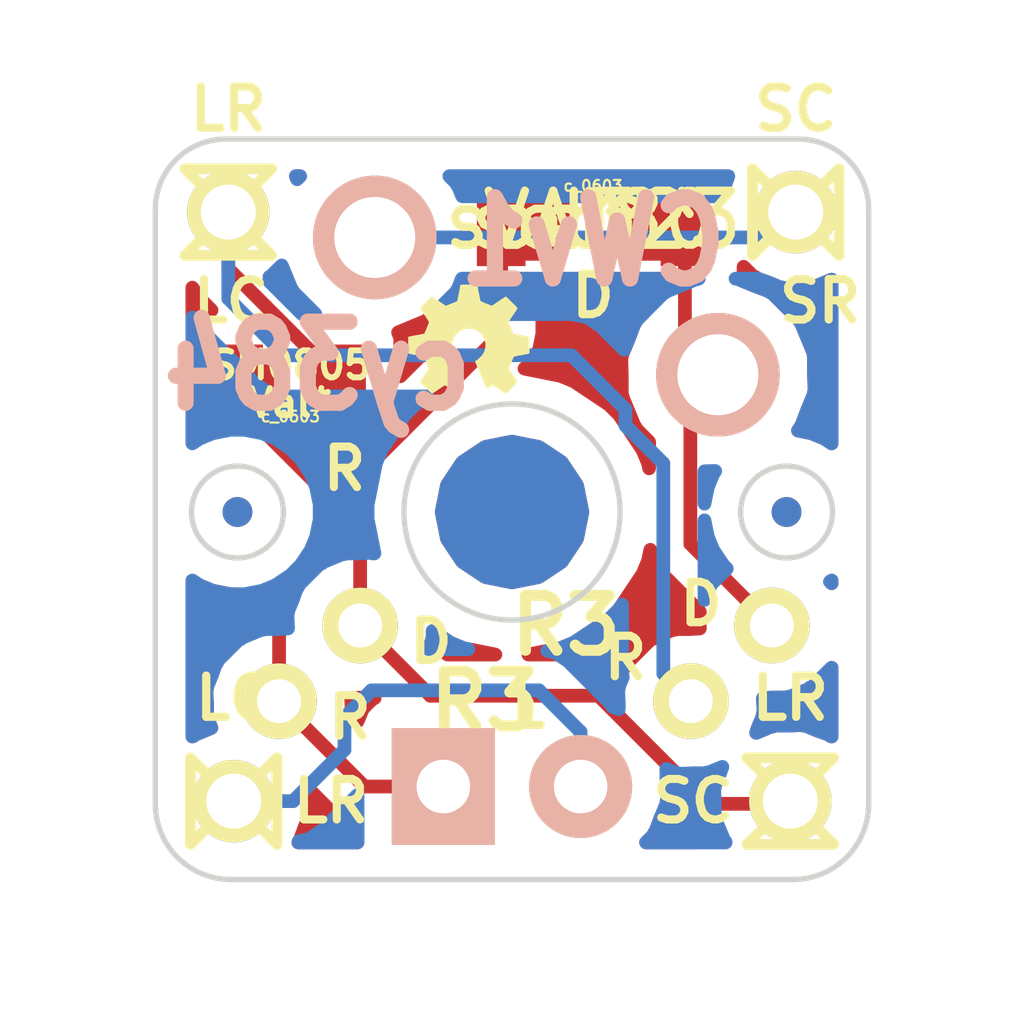
<source format=kicad_pcb>
(kicad_pcb (version 20171130) (host pcbnew 5.1.4+dfsg1-1)

  (general
    (thickness 1.6)
    (drawings 48)
    (tracks 41)
    (zones 0)
    (modules 15)
    (nets 1)
  )

  (page A3)
  (layers
    (0 F.Cu signal)
    (31 B.Cu signal)
    (32 B.Adhes user)
    (33 F.Adhes user)
    (34 B.Paste user)
    (35 F.Paste user)
    (36 B.SilkS user)
    (37 F.SilkS user)
    (38 B.Mask user)
    (39 F.Mask user)
    (40 Dwgs.User user)
    (41 Cmts.User user)
    (42 Eco1.User user)
    (43 Eco2.User user)
    (44 Edge.Cuts user)
  )

  (setup
    (last_trace_width 0.254)
    (trace_clearance 0.254)
    (zone_clearance 0.508)
    (zone_45_only no)
    (trace_min 0.254)
    (via_size 0.889)
    (via_drill 0.635)
    (via_min_size 0.889)
    (via_min_drill 0.508)
    (uvia_size 0.508)
    (uvia_drill 0.127)
    (uvias_allowed no)
    (uvia_min_size 0.508)
    (uvia_min_drill 0.127)
    (edge_width 0.1)
    (segment_width 0.2)
    (pcb_text_width 0.3)
    (pcb_text_size 1.5 1.5)
    (mod_edge_width 0.15)
    (mod_text_size 1 1)
    (mod_text_width 0.15)
    (pad_size 1.905 1.905)
    (pad_drill 0.9906)
    (pad_to_mask_clearance 0)
    (aux_axis_origin 0 0)
    (visible_elements FFF9FFFF)
    (pcbplotparams
      (layerselection 0x00030_ffffffff)
      (usegerberextensions true)
      (usegerberattributes false)
      (usegerberadvancedattributes false)
      (creategerberjobfile false)
      (excludeedgelayer true)
      (linewidth 0.150000)
      (plotframeref false)
      (viasonmask false)
      (mode 1)
      (useauxorigin false)
      (hpglpennumber 1)
      (hpglpenspeed 20)
      (hpglpendiameter 15.000000)
      (psnegative false)
      (psa4output false)
      (plotreference false)
      (plotvalue false)
      (plotinvisibletext false)
      (padsonsilk false)
      (subtractmaskfromsilk false)
      (outputformat 1)
      (mirror false)
      (drillshape 0)
      (scaleselection 1)
      (outputdirectory "/home/palomides/Desktop/weave-cherry-led-npth/"))
  )

  (net 0 "")

  (net_class Default "This is the default net class."
    (clearance 0.254)
    (trace_width 0.254)
    (via_dia 0.889)
    (via_drill 0.635)
    (uvia_dia 0.508)
    (uvia_drill 0.127)
  )

  (module CHERRY_MX_LED (layer F.Cu) (tedit 56BD4CBC) (tstamp 56BE07B3)
    (at 232.2 129.1)
    (fp_text reference "" (at 0 7.112) (layer B.SilkS)
      (effects (font (size 0.635 0.635) (thickness 0.127)))
    )
    (fp_text value "" (at 0 3.556) (layer B.SilkS) hide
      (effects (font (size 0.127 0.127) (thickness 0.03175)))
    )
    (pad C thru_hole circle (at 1.27 5.08) (size 1.905 1.905) (drill 0.9906) (layers *.Cu *.SilkS *.Mask))
    (pad A thru_hole rect (at -1.27 5.08) (size 1.905 2.159) (drill 0.9906) (layers *.Cu *.SilkS *.Mask))
  )

  (module CHERRY_PCB_100H (layer F.Cu) (tedit 56C9517C) (tstamp 56BE0AE7)
    (at 232.2 129.1)
    (path /4D92DF12)
    (fp_text reference "" (at 0 3.175) (layer F.SilkS)
      (effects (font (size 1.27 1.524) (thickness 0.2032)))
    )
    (fp_text value "" (at 0 5.08) (layer F.SilkS) hide
      (effects (font (size 1.27 1.524) (thickness 0.2032)))
    )
    (fp_text user "" (at -5.715 8.255) (layer Dwgs.User) hide
      (effects (font (size 1.524 1.524) (thickness 0.3048)))
    )
    (fp_line (start -9.398 -9.398) (end 9.398 -9.398) (layer Cmts.User) (width 0.1524))
    (fp_line (start 9.398 -9.398) (end 9.398 9.398) (layer Cmts.User) (width 0.1524))
    (fp_line (start 9.398 9.398) (end -9.398 9.398) (layer Cmts.User) (width 0.1524))
    (fp_line (start -9.398 9.398) (end -9.398 -9.398) (layer Cmts.User) (width 0.1524))
    (fp_line (start -6.985 -6.985) (end 6.985 -6.985) (layer Cmts.User) (width 0.1524))
    (fp_line (start 6.985 -6.985) (end 6.985 6.985) (layer Cmts.User) (width 0.1524))
    (fp_line (start 6.985 6.985) (end -6.985 6.985) (layer Cmts.User) (width 0.1524))
    (fp_line (start -6.985 6.985) (end -6.985 -6.985) (layer Cmts.User) (width 0.1524))
    (pad 1 thru_hole circle (at -2.54 -5.08) (size 2.286 2.286) (drill 1.4986) (layers *.Cu *.SilkS *.Mask))
    (pad 2 thru_hole circle (at 3.81 -2.54) (size 2.286 2.286) (drill 1.4986) (layers *.Cu *.SilkS *.Mask))
  )

  (module LOGO (layer F.Cu) (tedit 0) (tstamp 56BD1462)
    (at 231.4 125.9)
    (fp_text reference G*** (at 0 1.19126) (layer F.SilkS) hide
      (effects (font (size 0.1016 0.1016) (thickness 0.02032)))
    )
    (fp_text value LOGO (at 0 -1.19126) (layer F.SilkS) hide
      (effects (font (size 0.1016 0.1016) (thickness 0.02032)))
    )
    (fp_poly (pts (xy -0.68072 1.00838) (xy -0.66802 1.0033) (xy -0.64262 0.98552) (xy -0.60452 0.96266)
      (xy -0.56134 0.93218) (xy -0.51562 0.9017) (xy -0.48006 0.87884) (xy -0.45466 0.86106)
      (xy -0.4445 0.85598) (xy -0.43688 0.85852) (xy -0.41656 0.86868) (xy -0.38608 0.88392)
      (xy -0.3683 0.89408) (xy -0.34036 0.90424) (xy -0.32512 0.90678) (xy -0.32258 0.90424)
      (xy -0.31242 0.88138) (xy -0.29718 0.84582) (xy -0.27432 0.79756) (xy -0.25146 0.73914)
      (xy -0.22606 0.67818) (xy -0.19812 0.61468) (xy -0.17526 0.55626) (xy -0.1524 0.50038)
      (xy -0.13462 0.4572) (xy -0.12192 0.42672) (xy -0.11938 0.41402) (xy -0.11938 0.41148)
      (xy -0.13462 0.39624) (xy -0.15748 0.37846) (xy -0.21082 0.33528) (xy -0.26416 0.26924)
      (xy -0.29718 0.19558) (xy -0.30734 0.11176) (xy -0.29718 0.03556) (xy -0.2667 -0.03556)
      (xy -0.2159 -0.1016) (xy -0.15494 -0.1524) (xy -0.08128 -0.18288) (xy 0 -0.19304)
      (xy 0.0762 -0.18288) (xy 0.1524 -0.15494) (xy 0.21844 -0.10414) (xy 0.24638 -0.07112)
      (xy 0.28448 -0.00508) (xy 0.30734 0.06604) (xy 0.30988 0.08382) (xy 0.30734 0.16256)
      (xy 0.28448 0.23876) (xy 0.2413 0.30734) (xy 0.18288 0.36322) (xy 0.1778 0.3683)
      (xy 0.14986 0.38862) (xy 0.13208 0.40132) (xy 0.11684 0.41402) (xy 0.21844 0.65532)
      (xy 0.23368 0.69342) (xy 0.26162 0.75946) (xy 0.28702 0.81788) (xy 0.3048 0.86106)
      (xy 0.32004 0.89154) (xy 0.32512 0.90424) (xy 0.33528 0.90678) (xy 0.35306 0.89916)
      (xy 0.38608 0.88392) (xy 0.40894 0.87122) (xy 0.43434 0.86106) (xy 0.44704 0.85598)
      (xy 0.4572 0.86106) (xy 0.48006 0.8763) (xy 0.51562 0.9017) (xy 0.56134 0.92964)
      (xy 0.60198 0.95758) (xy 0.64008 0.98298) (xy 0.66802 1.00076) (xy 0.68072 1.00838)
      (xy 0.68326 1.00838) (xy 0.69342 1.00076) (xy 0.71628 0.98298) (xy 0.7493 0.9525)
      (xy 0.79502 0.90678) (xy 0.80264 0.89916) (xy 0.84074 0.86106) (xy 0.87122 0.82804)
      (xy 0.89408 0.80518) (xy 0.9017 0.79248) (xy 0.89408 0.77978) (xy 0.8763 0.75184)
      (xy 0.8509 0.71374) (xy 0.82042 0.66802) (xy 0.74168 0.55372) (xy 0.78486 0.44196)
      (xy 0.79756 0.40894) (xy 0.81534 0.3683) (xy 0.82804 0.33782) (xy 0.83566 0.32512)
      (xy 0.84582 0.32258) (xy 0.8763 0.31496) (xy 0.91948 0.3048) (xy 0.97282 0.29718)
      (xy 1.02108 0.28702) (xy 1.0668 0.2794) (xy 1.09982 0.27178) (xy 1.11252 0.26924)
      (xy 1.1176 0.2667) (xy 1.12014 0.25908) (xy 1.12268 0.24384) (xy 1.12268 0.21844)
      (xy 1.12268 0.17526) (xy 1.12268 0.11176) (xy 1.12268 0.10668) (xy 1.12268 0.04572)
      (xy 1.12268 0) (xy 1.12014 -0.02794) (xy 1.1176 -0.04064) (xy 1.1049 -0.04572)
      (xy 1.07188 -0.0508) (xy 1.0287 -0.06096) (xy 0.97536 -0.07112) (xy 0.97028 -0.07112)
      (xy 0.91694 -0.08128) (xy 0.87376 -0.09144) (xy 0.84328 -0.09652) (xy 0.82804 -0.1016)
      (xy 0.8255 -0.10668) (xy 0.81534 -0.127) (xy 0.8001 -0.16002) (xy 0.78232 -0.20066)
      (xy 0.76454 -0.2413) (xy 0.7493 -0.2794) (xy 0.73914 -0.30734) (xy 0.7366 -0.32004)
      (xy 0.74422 -0.33274) (xy 0.76454 -0.36068) (xy 0.78994 -0.39878) (xy 0.82042 -0.4445)
      (xy 0.82296 -0.44704) (xy 0.85344 -0.49276) (xy 0.87884 -0.53086) (xy 0.89408 -0.5588)
      (xy 0.9017 -0.56896) (xy 0.9017 -0.5715) (xy 0.89154 -0.5842) (xy 0.86868 -0.6096)
      (xy 0.83566 -0.64262) (xy 0.79502 -0.68326) (xy 0.78232 -0.69596) (xy 0.73914 -0.73914)
      (xy 0.70866 -0.76708) (xy 0.69088 -0.78232) (xy 0.68072 -0.78486) (xy 0.66802 -0.77724)
      (xy 0.63754 -0.75692) (xy 0.59944 -0.73152) (xy 0.55372 -0.70104) (xy 0.55118 -0.6985)
      (xy 0.50546 -0.66802) (xy 0.4699 -0.64262) (xy 0.44196 -0.62484) (xy 0.4318 -0.61722)
      (xy 0.42926 -0.61722) (xy 0.41148 -0.6223) (xy 0.37846 -0.635) (xy 0.33782 -0.65024)
      (xy 0.29718 -0.66548) (xy 0.25908 -0.68326) (xy 0.23114 -0.69596) (xy 0.21844 -0.70358)
      (xy 0.21336 -0.71882) (xy 0.20574 -0.75438) (xy 0.19558 -0.8001) (xy 0.18542 -0.85344)
      (xy 0.18288 -0.8636) (xy 0.17272 -0.91694) (xy 0.1651 -0.96266) (xy 0.15748 -0.99314)
      (xy 0.15494 -1.00584) (xy 0.14732 -1.00584) (xy 0.12192 -1.00838) (xy 0.08128 -1.00838)
      (xy 0.03302 -1.01092) (xy -0.01524 -1.00838) (xy -0.06604 -1.00838) (xy -0.10922 -1.00584)
      (xy -0.1397 -1.00584) (xy -0.1524 -1.0033) (xy -0.1524 -1.00076) (xy -0.15748 -0.98552)
      (xy -0.16256 -0.9525) (xy -0.17272 -0.90424) (xy -0.18288 -0.84836) (xy -0.18542 -0.84074)
      (xy -0.19558 -0.7874) (xy -0.20574 -0.74168) (xy -0.21082 -0.7112) (xy -0.21336 -0.70104)
      (xy -0.21844 -0.6985) (xy -0.2413 -0.68834) (xy -0.27686 -0.6731) (xy -0.32258 -0.65532)
      (xy -0.42418 -0.61468) (xy -0.55118 -0.70104) (xy -0.56134 -0.70866) (xy -0.60706 -0.73914)
      (xy -0.64516 -0.76454) (xy -0.67056 -0.77978) (xy -0.68072 -0.7874) (xy -0.68326 -0.7874)
      (xy -0.69596 -0.7747) (xy -0.72136 -0.75184) (xy -0.75438 -0.71882) (xy -0.79502 -0.67818)
      (xy -0.82296 -0.65024) (xy -0.85852 -0.61468) (xy -0.88138 -0.58928) (xy -0.89154 -0.57404)
      (xy -0.89662 -0.56642) (xy -0.89662 -0.5588) (xy -0.889 -0.5461) (xy -0.86868 -0.51816)
      (xy -0.84328 -0.48006) (xy -0.8128 -0.43688) (xy -0.7874 -0.39878) (xy -0.75946 -0.3556)
      (xy -0.74168 -0.32512) (xy -0.7366 -0.31242) (xy -0.7366 -0.3048) (xy -0.74676 -0.2794)
      (xy -0.762 -0.24384) (xy -0.77978 -0.19812) (xy -0.82296 -0.09906) (xy -0.889 -0.08636)
      (xy -0.92964 -0.07874) (xy -0.98552 -0.06858) (xy -1.03886 -0.05842) (xy -1.12014 -0.04064)
      (xy -1.12268 0.26162) (xy -1.10998 0.2667) (xy -1.09982 0.26924) (xy -1.0668 0.27686)
      (xy -1.02362 0.28702) (xy -0.97282 0.29464) (xy -0.9271 0.3048) (xy -0.88392 0.31242)
      (xy -0.8509 0.3175) (xy -0.8382 0.32258) (xy -0.83312 0.32512) (xy -0.82296 0.34798)
      (xy -0.80772 0.381) (xy -0.78994 0.42418) (xy -0.77216 0.46482) (xy -0.75692 0.50546)
      (xy -0.74422 0.53594) (xy -0.74168 0.55118) (xy -0.74676 0.56134) (xy -0.76454 0.58928)
      (xy -0.7874 0.62484) (xy -0.81788 0.67056) (xy -0.84836 0.71374) (xy -0.87376 0.75184)
      (xy -0.89154 0.77978) (xy -0.89916 0.79248) (xy -0.89662 0.8001) (xy -0.87884 0.82042)
      (xy -0.84582 0.85598) (xy -0.79502 0.90424) (xy -0.7874 0.91186) (xy -0.74676 0.94996)
      (xy -0.71374 0.98044) (xy -0.69088 1.00076) (xy -0.68072 1.00838)) (layer F.SilkS) (width 0.00254))
  )

  (module sod80 (layer F.Cu) (tedit 56789E2B) (tstamp 56888D9C)
    (at 233.7 123.7)
    (fp_text reference sod80 (at 0 0) (layer F.SilkS)
      (effects (font (size 1 1) (thickness 0.15)))
    )
    (fp_text value VAL** (at 0 0) (layer F.SilkS)
      (effects (font (size 1 1) (thickness 0.15)))
    )
    (pad 5 smd rect (at 1.7 0) (size 0.9 1.7) (layers F.Cu F.Paste F.Mask))
    (pad 6 smd rect (at -1.7 0) (size 0.9 1.7) (layers F.Cu F.Paste F.Mask))
  )

  (module sod323 (layer F.Cu) (tedit 56789A18) (tstamp 5679AAAF)
    (at 233.7 123.7)
    (fp_text reference sod323 (at 0 0) (layer F.SilkS)
      (effects (font (size 1 1) (thickness 0.15)))
    )
    (fp_text value VAL** (at 0 0) (layer F.SilkS)
      (effects (font (size 1 1) (thickness 0.15)))
    )
    (pad 3 smd rect (at 1.15 0) (size 1 1.5) (layers F.Cu F.Paste F.Mask))
    (pad 4 smd rect (at -1.15 0) (size 1 1.5) (layers F.Cu F.Paste F.Mask))
  )

  (module sod123 (layer F.Cu) (tedit 5678998F) (tstamp 5679AA91)
    (at 233.7 123.7)
    (fp_text reference sod123 (at 0 0) (layer F.SilkS)
      (effects (font (size 1 1) (thickness 0.15)))
    )
    (fp_text value VAL** (at 0 0) (layer F.SilkS)
      (effects (font (size 1 1) (thickness 0.15)))
    )
    (pad 1 smd rect (at 1.635 0) (size 0.91 1.22) (layers F.Cu F.Paste F.Mask))
    (pad 2 smd rect (at -1.635 0) (size 0.91 1.22) (layers F.Cu F.Paste F.Mask))
  )

  (module SM0805 (layer F.Cu) (tedit 5678989A) (tstamp 56BD1441)
    (at 228.1 126.7)
    (attr smd)
    (fp_text reference SM0805 (at 0 -0.3175) (layer F.SilkS)
      (effects (font (size 0.50038 0.50038) (thickness 0.10922)))
    )
    (fp_text value Val* (at 0 0.381) (layer F.SilkS)
      (effects (font (size 0.50038 0.50038) (thickness 0.10922)))
    )
    (pad 1 smd rect (at -0.9525 0) (size 0.889 1.397) (layers F.Cu F.Paste F.Mask))
    (pad 2 smd rect (at 0.9525 0) (size 0.889 1.397) (layers F.Cu F.Paste F.Mask))
    (model smd/chip_cms.wrl
      (at (xyz 0 0 0))
      (scale (xyz 0.1 0.1 0.1))
      (rotate (xyz 0 0 0))
    )
  )

  (module c_0603 (layer F.Cu) (tedit 56787CDC) (tstamp 56888DBF)
    (at 233.7 123.7)
    (descr "SMT capacitor, 0603")
    (fp_text reference c_0603 (at 0 -0.635) (layer F.SilkS)
      (effects (font (size 0.20066 0.20066) (thickness 0.04064)))
    )
    (fp_text value C*** (at 0 0.635) (layer F.SilkS) hide
      (effects (font (size 0.20066 0.20066) (thickness 0.04064)))
    )
    (pad 1 smd rect (at 0.75184 0) (size 0.89916 1.00076) (layers F.Cu F.Paste F.Mask))
    (pad 2 smd rect (at -0.75184 0) (size 0.89916 1.00076) (layers F.Cu F.Paste F.Mask))
    (model smd/capacitors/c_0603.wrl
      (at (xyz 0 0 0))
      (scale (xyz 1 1 1))
      (rotate (xyz 0 0 0))
    )
  )

  (module D3 (layer F.Cu) (tedit 5678905B) (tstamp 56BD144F)
    (at 233.2 131.2)
    (descr "Diode 3 pas")
    (tags "DIODE DEV")
    (fp_text reference R3 (at 0 0) (layer F.SilkS)
      (effects (font (size 1.016 1.016) (thickness 0.2032)))
    )
    (fp_text value R*** (at 0 0) (layer F.SilkS) hide
      (effects (font (size 1.016 1.016) (thickness 0.2032)))
    )
    (pad 2 thru_hole circle (at 3.81 0) (size 1.397 1.397) (drill 0.8128) (layers *.Cu *.Mask F.SilkS))
    (pad 1 thru_hole circle (at -3.81 0) (size 1.397 1.397) (drill 0.8128) (layers *.Cu *.Mask F.SilkS))
    (model discret/diode.wrl
      (at (xyz 0 0 0))
      (scale (xyz 0.3 0.3 0.3))
      (rotate (xyz 0 0 0))
    )
  )

  (module c_0603 (layer F.Cu) (tedit 56787CAE) (tstamp 56BD1456)
    (at 228.1 126.7 180)
    (descr "SMT capacitor, 0603")
    (fp_text reference c_0603 (at 0 -0.635 180) (layer F.SilkS)
      (effects (font (size 0.20066 0.20066) (thickness 0.04064)))
    )
    (fp_text value C*** (at 0 0.635 180) (layer F.SilkS) hide
      (effects (font (size 0.20066 0.20066) (thickness 0.04064)))
    )
    (pad 1 smd rect (at 0.75184 0 180) (size 0.89916 1.00076) (layers F.Cu F.Paste F.Mask))
    (pad 2 smd rect (at -0.75184 0 180) (size 0.89916 1.00076) (layers F.Cu F.Paste F.Mask))
    (model smd/capacitors/c_0603.wrl
      (at (xyz 0 0 0))
      (scale (xyz 1 1 1))
      (rotate (xyz 0 0 0))
    )
  )

  (module D3 (layer F.Cu) (tedit 56789064) (tstamp 56843C69)
    (at 231.7 132.6)
    (descr "Diode 3 pas")
    (tags "DIODE DEV")
    (fp_text reference R3 (at 0 0) (layer F.SilkS)
      (effects (font (size 1.016 1.016) (thickness 0.2032)))
    )
    (fp_text value R*** (at 0 0) (layer F.SilkS) hide
      (effects (font (size 1.016 1.016) (thickness 0.2032)))
    )
    (pad 2 thru_hole circle (at 3.81 0) (size 1.397 1.397) (drill 0.8128) (layers *.Cu *.Mask F.SilkS))
    (pad 1 thru_hole circle (at -3.81 0) (size 1.397 1.397) (drill 0.8128) (layers *.Cu *.Mask F.SilkS))
    (model discret/diode.wrl
      (at (xyz 0 0 0))
      (scale (xyz 0.3 0.3 0.3))
      (rotate (xyz 0 0 0))
    )
  )

  (module PIN_ARRAY_1 (layer F.Cu) (tedit 567877BE) (tstamp 567A4D69)
    (at 226.95 123.55)
    (descr "1 pin")
    (tags "CONN DEV")
    (fp_text reference LR (at 0 -1.905) (layer F.SilkS)
      (effects (font (size 0.762 0.762) (thickness 0.1524)))
    )
    (fp_text value "" (at 0 -1.905) (layer F.SilkS) hide
      (effects (font (size 0.762 0.762) (thickness 0.1524)))
    )
    (pad 1 thru_hole circle (at 0 0) (size 1.524 1.524) (drill 1.016) (layers *.Cu *.Mask F.SilkS))
    (model pin_array\pin_1.wrl
      (at (xyz 0 0 0))
      (scale (xyz 1 1 1))
      (rotate (xyz 0 0 0))
    )
  )

  (module PIN_ARRAY_1 (layer F.Cu) (tedit 567877D3) (tstamp 567A5193)
    (at 237.35 134.45)
    (descr "1 pin")
    (tags "CONN DEV")
    (fp_text reference LR (at 0 -1.905) (layer F.SilkS)
      (effects (font (size 0.762 0.762) (thickness 0.1524)))
    )
    (fp_text value "" (at 0 -1.905) (layer F.SilkS) hide
      (effects (font (size 0.762 0.762) (thickness 0.1524)))
    )
    (pad 1 thru_hole circle (at 0 0) (size 1.524 1.524) (drill 1.016) (layers *.Cu *.Mask F.SilkS))
    (model pin_array\pin_1.wrl
      (at (xyz 0 0 0))
      (scale (xyz 1 1 1))
      (rotate (xyz 0 0 0))
    )
  )

  (module PIN_ARRAY_1 (layer F.Cu) (tedit 567873B1) (tstamp 567A4B73)
    (at 237.45 123.55)
    (descr "1 pin")
    (tags "CONN DEV")
    (fp_text reference SC (at 0 -1.905) (layer F.SilkS)
      (effects (font (size 0.762 0.762) (thickness 0.1524)))
    )
    (fp_text value "" (at 0 -1.905) (layer F.SilkS) hide
      (effects (font (size 0.762 0.762) (thickness 0.1524)))
    )
    (pad 1 thru_hole circle (at 0 0) (size 1.524 1.524) (drill 1.016) (layers *.Cu *.Mask F.SilkS))
    (model pin_array\pin_1.wrl
      (at (xyz 0 0 0))
      (scale (xyz 1 1 1))
      (rotate (xyz 0 0 0))
    )
  )

  (module PIN_ARRAY_1 (layer F.Cu) (tedit 567873EC) (tstamp 567A4B6E)
    (at 227.05 134.45)
    (descr "1 pin")
    (tags "CONN DEV")
    (fp_text reference LC (at 0 -1.905) (layer F.SilkS)
      (effects (font (size 0.762 0.762) (thickness 0.1524)))
    )
    (fp_text value "" (at 0 -1.905) (layer F.SilkS) hide
      (effects (font (size 0.762 0.762) (thickness 0.1524)))
    )
    (pad 1 thru_hole circle (at 0 0) (size 1.524 1.524) (drill 1.016) (layers *.Cu *.Mask F.SilkS))
    (model pin_array\pin_1.wrl
      (at (xyz 0 0 0))
      (scale (xyz 1 1 1))
      (rotate (xyz 0 0 0))
    )
  )

  (gr_circle (center 227.12 129.1) (end 227.12 128.25) (layer Edge.Cuts) (width 0.1))
  (gr_circle (center 237.28 129.1) (end 237.28 128.25) (layer Edge.Cuts) (width 0.1))
  (gr_circle (center 232.2 129.1) (end 232.2 127.1) (layer Edge.Cuts) (width 0.1))
  (gr_text D (at 233.7 125.1) (layer F.SilkS)
    (effects (font (size 0.75 0.75) (thickness 0.15)))
  )
  (gr_text R (at 229.1 128.3) (layer F.SilkS)
    (effects (font (size 0.75 0.75) (thickness 0.15)))
  )
  (gr_text L (at 232.5 132.7) (layer F.SilkS)
    (effects (font (size 0.75 0.75) (thickness 0.15)))
  )
  (gr_text CWv1 (at 233.7 124.1) (layer B.SilkS)
    (effects (font (size 1.5 1.25) (thickness 0.3)) (justify mirror))
  )
  (gr_line (start 238.8 123.5) (end 238.8 134.5) (angle 90) (layer Edge.Cuts) (width 0.1))
  (gr_line (start 226.9 122.2) (end 237.5 122.2) (angle 90) (layer Edge.Cuts) (width 0.1))
  (gr_line (start 225.6 134.5) (end 225.6 123.5) (angle 90) (layer Edge.Cuts) (width 0.1))
  (gr_line (start 237.4 135.9) (end 227 135.9) (angle 90) (layer Edge.Cuts) (width 0.1))
  (gr_arc (start 226.9 123.5) (end 225.6 123.5) (angle 90) (layer Edge.Cuts) (width 0.1))
  (gr_arc (start 237.5 123.5) (end 237.5 122.2) (angle 90) (layer Edge.Cuts) (width 0.1))
  (gr_arc (start 237.4 134.5) (end 238.8 134.5) (angle 90) (layer Edge.Cuts) (width 0.1))
  (gr_arc (start 227 134.5) (end 227 135.9) (angle 90) (layer Edge.Cuts) (width 0.1))
  (gr_line (start 238.15 133.65) (end 236.55 133.65) (angle 90) (layer F.SilkS) (width 0.2))
  (gr_line (start 237.35 134.45) (end 238.15 133.65) (angle 90) (layer F.SilkS) (width 0.2))
  (gr_line (start 237.35 134.45) (end 236.55 133.65) (angle 90) (layer F.SilkS) (width 0.2))
  (gr_line (start 236.65 124.35) (end 237.45 123.55) (angle 90) (layer F.SilkS) (width 0.2))
  (gr_line (start 236.65 122.75) (end 236.65 124.35) (angle 90) (layer F.SilkS) (width 0.2))
  (gr_line (start 237.45 123.55) (end 236.65 122.75) (angle 90) (layer F.SilkS) (width 0.2))
  (gr_line (start 226.25 135.25) (end 227.05 134.45) (angle 90) (layer F.SilkS) (width 0.2))
  (gr_line (start 226.25 133.65) (end 226.25 135.25) (angle 90) (layer F.SilkS) (width 0.2))
  (gr_line (start 227.05 134.45) (end 226.25 133.65) (angle 90) (layer F.SilkS) (width 0.2))
  (gr_line (start 227.75 124.35) (end 226.95 123.55) (angle 90) (layer F.SilkS) (width 0.2))
  (gr_line (start 226.15 124.35) (end 227.75 124.35) (angle 90) (layer F.SilkS) (width 0.2))
  (gr_line (start 226.95 123.55) (end 226.15 124.35) (angle 90) (layer F.SilkS) (width 0.2))
  (gr_line (start 238.15 135.25) (end 237.35 134.45) (angle 90) (layer F.SilkS) (width 0.2))
  (gr_line (start 236.55 135.25) (end 238.15 135.25) (angle 90) (layer F.SilkS) (width 0.2))
  (gr_line (start 237.35 134.45) (end 236.55 135.25) (angle 90) (layer F.SilkS) (width 0.2))
  (gr_line (start 227.05 134.45) (end 227.85 135.25) (angle 90) (layer F.SilkS) (width 0.2))
  (gr_line (start 227.85 133.65) (end 227.05 134.45) (angle 90) (layer F.SilkS) (width 0.2))
  (gr_line (start 227.85 135.25) (end 227.85 133.65) (angle 90) (layer F.SilkS) (width 0.2))
  (gr_line (start 237.45 123.55) (end 238.25 122.75) (angle 90) (layer F.SilkS) (width 0.2))
  (gr_line (start 238.25 124.35) (end 237.45 123.55) (angle 90) (layer F.SilkS) (width 0.2))
  (gr_line (start 238.25 122.75) (end 238.25 124.35) (angle 90) (layer F.SilkS) (width 0.2))
  (gr_line (start 227.75 122.75) (end 226.95 123.55) (angle 90) (layer F.SilkS) (width 0.2))
  (gr_line (start 226.15 122.75) (end 227.75 122.75) (angle 90) (layer F.SilkS) (width 0.2))
  (gr_line (start 226.95 123.55) (end 226.15 122.75) (angle 90) (layer F.SilkS) (width 0.2))
  (gr_text D (at 235.7 130.8) (layer F.SilkS)
    (effects (font (size 0.75 0.75) (thickness 0.15)))
  )
  (gr_text R (at 234.3 131.8) (layer F.SilkS)
    (effects (font (size 0.75 0.75) (thickness 0.15)))
  )
  (gr_text D (at 230.7 131.5) (layer F.SilkS)
    (effects (font (size 0.75 0.75) (thickness 0.15)))
  )
  (gr_text R (at 229.2 132.9) (layer F.SilkS)
    (effects (font (size 0.75 0.75) (thickness 0.15)))
  )
  (gr_text LC (at 227 125.2) (layer F.SilkS)
    (effects (font (size 0.75 0.75) (thickness 0.15)))
  )
  (gr_text SC (at 235.55 134.45) (layer F.SilkS)
    (effects (font (size 0.75 0.75) (thickness 0.15)))
  )
  (gr_text LR (at 228.85 134.45) (layer F.SilkS)
    (effects (font (size 0.75 0.75) (thickness 0.15)))
  )
  (gr_text SR (at 237.9 125.2) (layer F.SilkS)
    (effects (font (size 0.75 0.75) (thickness 0.15)))
  )
  (gr_text cy384 (at 228.6 126.4) (layer B.SilkS)
    (effects (font (size 1.5 1.25) (thickness 0.3)) (justify mirror))
  )

  (segment (start 237.01 131.2) (end 235.5 129.69) (width 0.254) (layer F.Cu) (net 0))
  (segment (start 235.5 127.07) (end 236.01 126.56) (width 0.254) (layer F.Cu) (net 0) (tstamp 56BD4BB8))
  (segment (start 235.5 129.69) (end 235.5 127.07) (width 0.254) (layer F.Cu) (net 0) (tstamp 56BD4BB5))
  (segment (start 235.51 132.6) (end 235 132.09) (width 0.254) (layer B.Cu) (net 0))
  (segment (start 226.95 125.15) (end 226.95 123.55) (width 0.254) (layer B.Cu) (net 0) (tstamp 56BD4BA8))
  (segment (start 228 126.2) (end 226.95 125.15) (width 0.254) (layer B.Cu) (net 0) (tstamp 56BD4BA3))
  (segment (start 229.3 126.2) (end 228 126.2) (width 0.254) (layer B.Cu) (net 0) (tstamp 56BD4BA0))
  (segment (start 233.3 126.2) (end 229.3 126.2) (width 0.254) (layer B.Cu) (net 0) (tstamp 56BD4B9E))
  (segment (start 234.3 127.2) (end 233.3 126.2) (width 0.254) (layer B.Cu) (net 0) (tstamp 56BD4B9D))
  (segment (start 234.3 127.5) (end 234.3 127.2) (width 0.254) (layer B.Cu) (net 0) (tstamp 56BD4B97))
  (segment (start 235 128.2) (end 234.3 127.5) (width 0.254) (layer B.Cu) (net 0) (tstamp 56BD4B95))
  (segment (start 235 132.09) (end 235 128.2) (width 0.254) (layer B.Cu) (net 0) (tstamp 56BD4B91))
  (segment (start 233.47 134.18) (end 233.47 133.17) (width 0.254) (layer B.Cu) (net 0))
  (segment (start 228.15 134.45) (end 227.05 134.45) (width 0.254) (layer B.Cu) (net 0) (tstamp 56BD4B76))
  (segment (start 229.1 133.5) (end 228.15 134.45) (width 0.254) (layer B.Cu) (net 0) (tstamp 56BD4B73))
  (segment (start 229.1 132.9) (end 229.1 133.5) (width 0.254) (layer B.Cu) (net 0) (tstamp 56BD4B71))
  (segment (start 229.6 132.4) (end 229.1 132.9) (width 0.254) (layer B.Cu) (net 0) (tstamp 56BD4B70))
  (segment (start 232.7 132.4) (end 229.6 132.4) (width 0.254) (layer B.Cu) (net 0) (tstamp 56BD4B6E))
  (segment (start 233.47 133.17) (end 232.7 132.4) (width 0.254) (layer B.Cu) (net 0) (tstamp 56BD4B6D))
  (segment (start 227.1475 126.7) (end 227.1475 127.1475) (width 0.254) (layer F.Cu) (net 0))
  (segment (start 227.89 130.61) (end 227.89 132.6) (width 0.254) (layer F.Cu) (net 0) (tstamp 56BD4B55))
  (segment (start 228.7 129.8) (end 227.89 130.61) (width 0.254) (layer F.Cu) (net 0) (tstamp 56BD4B51))
  (segment (start 228.7 128.7) (end 228.7 129.8) (width 0.254) (layer F.Cu) (net 0) (tstamp 56BD4B4D))
  (segment (start 227.1475 127.1475) (end 228.7 128.7) (width 0.254) (layer F.Cu) (net 0) (tstamp 56BD4B4B))
  (segment (start 237.45 123.55) (end 236.98 124.02) (width 0.254) (layer B.Cu) (net 0))
  (segment (start 236.98 124.02) (end 229.66 124.02) (width 0.254) (layer B.Cu) (net 0) (tstamp 56BD48B7))
  (segment (start 235.4 123.7) (end 235.4 125.95) (width 0.254) (layer F.Cu) (net 0))
  (segment (start 235.4 125.95) (end 236.01 126.56) (width 0.254) (layer F.Cu) (net 0) (tstamp 56BD48AB))
  (segment (start 229.39 131.2) (end 229.39 128.41) (width 0.254) (layer F.Cu) (net 0))
  (segment (start 232 125.8) (end 232 123.7) (width 0.254) (layer F.Cu) (net 0) (tstamp 56BD489E))
  (segment (start 229.39 128.41) (end 232 125.8) (width 0.254) (layer F.Cu) (net 0) (tstamp 56BD4896))
  (segment (start 229.39 131.2) (end 230.69 132.5) (width 0.254) (layer F.Cu) (net 0))
  (segment (start 237.3 134.5) (end 237.35 134.45) (width 0.254) (layer F.Cu) (net 0) (tstamp 56BD4891))
  (segment (start 235.8 134.5) (end 237.3 134.5) (width 0.254) (layer F.Cu) (net 0) (tstamp 56BD488C))
  (segment (start 235.4 134.1) (end 235.8 134.5) (width 0.254) (layer F.Cu) (net 0) (tstamp 56BD488B))
  (segment (start 233.8 132.5) (end 235.4 134.1) (width 0.254) (layer F.Cu) (net 0) (tstamp 56BD488A))
  (segment (start 230.69 132.5) (end 233.8 132.5) (width 0.254) (layer F.Cu) (net 0) (tstamp 56BD4887))
  (segment (start 227.89 132.6) (end 229.47 134.18) (width 0.254) (layer F.Cu) (net 0))
  (segment (start 229.47 134.18) (end 230.93 134.18) (width 0.254) (layer F.Cu) (net 0) (tstamp 56BD479A))
  (segment (start 226.95 123.55) (end 226.95 124.5975) (width 0.254) (layer F.Cu) (net 0))
  (segment (start 226.95 124.5975) (end 229.0525 126.7) (width 0.254) (layer F.Cu) (net 0) (tstamp 56BD478B))

  (zone (net 0) (net_name "") (layer F.Cu) (tstamp 56BD49E2) (hatch edge 0.508)
    (connect_pads (clearance 0.508))
    (min_thickness 0.254)
    (fill (arc_segments 16) (thermal_gap 0.508) (thermal_bridge_width 0.508))
    (polygon
      (pts
        (xy 238.8 135.9) (xy 225.6 135.9) (xy 225.6 122.2) (xy 238.8 122.2)
      )
    )
    (filled_polygon
      (pts
        (xy 226.64126 125.36639) (xy 226.577245 125.36639) (xy 226.343771 125.462859) (xy 226.285 125.521527) (xy 226.285 124.947466)
        (xy 226.411185 125.136315) (xy 226.64126 125.36639)
      )
    )
    (filled_polygon
      (pts
        (xy 227.128 131.476461) (xy 226.760174 131.843647) (xy 226.735499 131.903068) (xy 226.720202 131.907072) (xy 226.64435 132.12258)
        (xy 226.556733 132.333587) (xy 226.556699 132.371613) (xy 226.544076 132.40748) (xy 226.556469 132.635606) (xy 226.55627 132.864086)
        (xy 226.570791 132.89923) (xy 226.572854 132.937198) (xy 226.638331 133.095273) (xy 226.318858 133.227604) (xy 226.314646 133.242286)
        (xy 226.285 133.254536) (xy 226.285 130.368741) (xy 226.413495 130.454762) (xy 226.660335 130.557259) (xy 226.661709 130.55726)
        (xy 226.984427 130.62116) (xy 226.985777 130.621721) (xy 227.128 130.621844) (xy 227.128 131.476461)
      )
    )
    (filled_polygon
      (pts
        (xy 227.271406 129.1) (xy 227.259783 129.1587) (xy 227.227691 129.206638) (xy 227.177337 129.240347) (xy 227.120743 129.251553)
        (xy 227.061299 129.239783) (xy 227.013361 129.207691) (xy 226.979652 129.157337) (xy 226.968299 129.1) (xy 226.979652 129.042662)
        (xy 227.013361 128.992308) (xy 227.061299 128.960216) (xy 227.120743 128.948446) (xy 227.177337 128.959652) (xy 227.227691 128.993361)
        (xy 227.259783 129.041299) (xy 227.271406 129.1)
      )
    )
    (filled_polygon
      (pts
        (xy 228.280314 122.885) (xy 228.223347 122.941866) (xy 228.199792 122.885) (xy 228.280314 122.885)
      )
    )
    (filled_polygon
      (pts
        (xy 229.34239 135.215) (xy 228.244992 135.215) (xy 228.257247 135.185486) (xy 228.272396 135.181142) (xy 228.353816 134.952923)
        (xy 228.446756 134.729099) (xy 228.446788 134.692326) (xy 228.459143 134.657696) (xy 228.447029 134.415685) (xy 228.447187 134.234818)
        (xy 228.931184 134.718815) (xy 228.931185 134.718815) (xy 229.178395 134.883996) (xy 229.34239 134.916616) (xy 229.34239 135.133745)
        (xy 229.34239 135.215)
      )
    )
    (filled_polygon
      (pts
        (xy 229.657867 132.545498) (xy 229.618271 132.561859) (xy 229.439487 132.740332) (xy 229.342611 132.973636) (xy 229.342609 132.974979)
        (xy 229.223276 132.855645) (xy 229.2233 132.828386) (xy 229.235924 132.79252) (xy 229.22353 132.564393) (xy 229.223547 132.544507)
        (xy 229.425606 132.53353) (xy 229.646092 132.533723) (xy 229.657867 132.545498)
      )
    )
    (filled_polygon
      (pts
        (xy 231.238 125.484369) (xy 230.13211 126.590259) (xy 230.13211 126.127255) (xy 230.13211 125.875745) (xy 230.131889 125.875211)
        (xy 230.131889 125.874636) (xy 230.091245 125.776754) (xy 230.620193 125.557657) (xy 230.625463 125.544877) (xy 230.66584 125.528194)
        (xy 231.148383 125.046492) (xy 231.189832 125.088013) (xy 231.190362 125.088233) (xy 231.190771 125.088641) (xy 231.238 125.108155)
        (xy 231.238 125.484369)
      )
    )
    (filled_polygon
      (pts
        (xy 231.893543 131.738) (xy 231.00563 131.738) (xy 230.723276 131.455645) (xy 230.7233 131.428386) (xy 230.735924 131.39252)
        (xy 230.730952 131.301007) (xy 231.051135 131.514543) (xy 231.053571 131.516983) (xy 231.30041 131.61948) (xy 231.893543 131.738)
      )
    )
    (filled_polygon
      (pts
        (xy 233.502153 129.1) (xy 233.402964 129.596387) (xy 233.119288 130.021742) (xy 232.699626 130.301623) (xy 232.198261 130.401805)
        (xy 231.703612 130.302964) (xy 231.278257 130.019288) (xy 230.998376 129.599626) (xy 230.898541 129.099999) (xy 230.998376 128.600373)
        (xy 231.278257 128.180711) (xy 231.703612 127.897035) (xy 232.198261 127.798194) (xy 232.699626 127.898376) (xy 233.119288 128.178257)
        (xy 233.402964 128.603612) (xy 233.502153 129.1)
      )
    )
    (filled_polygon
      (pts
        (xy 234.738 128.293093) (xy 234.71948 128.20041) (xy 234.616983 127.953571) (xy 234.614543 127.951135) (xy 234.185058 127.307151)
        (xy 234.183816 127.304158) (xy 233.99466 127.115331) (xy 233.345435 126.682352) (xy 233.098417 126.580287) (xy 233.094963 126.58029)
        (xy 232.430178 126.447452) (xy 232.538815 126.338816) (xy 232.538815 126.338815) (xy 232.703996 126.091605) (xy 232.761999 125.8)
        (xy 232.762 125.8) (xy 232.762 125.108155) (xy 232.809229 125.088641) (xy 232.812766 125.08511) (xy 233.175755 125.08511)
        (xy 233.409229 124.988641) (xy 233.588013 124.810168) (xy 233.588682 124.808555) (xy 233.7 124.762559) (xy 233.759425 124.787113)
        (xy 233.811084 124.808564) (xy 233.811359 124.809229) (xy 233.811766 124.809637) (xy 233.811987 124.810168) (xy 233.900986 124.899013)
        (xy 233.989832 124.988013) (xy 233.990362 124.988233) (xy 233.990771 124.988641) (xy 234.107165 125.036733) (xy 234.223136 125.084889)
        (xy 234.223711 125.084889) (xy 234.224245 125.08511) (xy 234.407854 125.08505) (xy 234.475755 125.08511) (xy 234.586934 125.08511)
        (xy 234.589832 125.088013) (xy 234.590362 125.088233) (xy 234.590771 125.088641) (xy 234.638 125.108155) (xy 234.638 125.417327)
        (xy 234.503564 125.551529) (xy 234.485825 125.594246) (xy 234.472343 125.599807) (xy 234.357136 125.904164) (xy 234.232309 126.204782)
        (xy 234.232283 126.234007) (xy 234.22194 126.261333) (xy 234.231975 126.586614) (xy 234.231692 126.912114) (xy 234.242851 126.939123)
        (xy 234.243753 126.968329) (xy 234.472343 127.520193) (xy 234.485122 127.525463) (xy 234.501806 127.56584) (xy 234.738 127.802446)
        (xy 234.738 128.293093)
      )
    )
    (filled_polygon
      (pts
        (xy 235.563715 135.215) (xy 234.680216 135.215) (xy 234.815031 135.08042) (xy 234.835618 135.030838) (xy 234.850086 135.025711)
        (xy 234.948343 134.759368) (xy 234.958141 134.735771) (xy 235.261184 135.038815) (xy 235.261185 135.038815) (xy 235.508395 135.203996)
        (xy 235.563715 135.215)
      )
    )
    (filled_polygon
      (pts
        (xy 235.676723 130.944354) (xy 235.676699 130.971613) (xy 235.664076 131.00748) (xy 235.676469 131.235606) (xy 235.676452 131.255492)
        (xy 235.474393 131.266469) (xy 235.245914 131.26627) (xy 235.210769 131.280791) (xy 235.172802 131.282854) (xy 234.817072 131.430202)
        (xy 234.813181 131.445071) (xy 234.75562 131.468855) (xy 234.380174 131.843647) (xy 234.355499 131.903068) (xy 234.340202 131.907072)
        (xy 234.324518 131.951632) (xy 234.091605 131.796004) (xy 233.8 131.738) (xy 232.502979 131.738) (xy 233.094963 131.619709)
        (xy 233.098417 131.619713) (xy 233.345435 131.517648) (xy 233.99466 131.084669) (xy 234.183816 130.895842) (xy 234.185058 130.892848)
        (xy 234.614543 130.248864) (xy 234.616983 130.246429) (xy 234.71948 129.99959) (xy 234.759621 129.7987) (xy 234.796004 129.981605)
        (xy 234.961185 130.228815) (xy 235.676723 130.944354)
      )
    )
    (filled_polygon
      (pts
        (xy 237.431406 129.1) (xy 237.419783 129.1587) (xy 237.387691 129.206638) (xy 237.337337 129.240347) (xy 237.280743 129.251553)
        (xy 237.221299 129.239783) (xy 237.173361 129.207691) (xy 237.139652 129.157337) (xy 237.128299 129.1) (xy 237.139652 129.042662)
        (xy 237.173361 128.992308) (xy 237.221299 128.960216) (xy 237.280743 128.948446) (xy 237.337337 128.959652) (xy 237.387691 128.993361)
        (xy 237.419783 129.041299) (xy 237.431406 129.1)
      )
    )
    (filled_polygon
      (pts
        (xy 238.115 127.831606) (xy 237.986378 127.745501) (xy 237.985405 127.74453) (xy 237.738387 127.642464) (xy 237.491319 127.593543)
        (xy 237.516436 127.568471) (xy 237.534174 127.525753) (xy 237.547657 127.520193) (xy 237.662863 127.215835) (xy 237.787691 126.915218)
        (xy 237.787716 126.885992) (xy 237.79806 126.858667) (xy 237.788024 126.533385) (xy 237.788308 126.207886) (xy 237.777148 126.180876)
        (xy 237.776247 126.151671) (xy 237.547657 125.599807) (xy 237.534877 125.594536) (xy 237.518194 125.55416) (xy 237.018471 125.053564)
        (xy 236.975753 125.035825) (xy 236.970193 125.022343) (xy 236.665835 124.907136) (xy 236.429944 124.809185) (xy 236.484889 124.676864)
        (xy 236.48499 124.560687) (xy 236.65763 124.733628) (xy 236.714513 124.757247) (xy 236.718858 124.772396) (xy 236.947076 124.853816)
        (xy 237.170901 124.946756) (xy 237.207673 124.946788) (xy 237.242304 124.959143) (xy 237.484314 124.947029) (xy 237.726661 124.947241)
        (xy 237.760647 124.933198) (xy 237.797369 124.93136) (xy 238.115 124.799792) (xy 238.115 127.831606)
      )
    )
    (filled_polygon
      (pts
        (xy 238.115 130.419429) (xy 238.084461 130.388837) (xy 238.115 130.368393) (xy 238.115 130.419429)
      )
    )
    (filled_polygon
      (pts
        (xy 238.115 133.255007) (xy 238.085486 133.242752) (xy 238.081142 133.227604) (xy 237.852923 133.146183) (xy 237.629099 133.053244)
        (xy 237.592326 133.053211) (xy 237.557696 133.040857) (xy 237.315685 133.05297) (xy 237.073339 133.052759) (xy 237.039352 133.066801)
        (xy 237.002631 133.06864) (xy 236.717114 133.186904) (xy 236.755649 133.077419) (xy 236.843267 132.866413) (xy 236.8433 132.828386)
        (xy 236.855924 132.79252) (xy 236.84353 132.564393) (xy 236.843547 132.544507) (xy 237.045606 132.53353) (xy 237.274086 132.53373)
        (xy 237.30923 132.519208) (xy 237.347198 132.517146) (xy 237.702928 132.369798) (xy 237.706818 132.354928) (xy 237.76438 132.331145)
        (xy 238.115 131.981135) (xy 238.115 133.255007)
      )
    )
  )
  (zone (net 0) (net_name "") (layer B.Cu) (tstamp 56BD49E6) (hatch edge 0.508)
    (connect_pads (clearance 0.508))
    (min_thickness 0.254)
    (fill (arc_segments 16) (thermal_gap 0.508) (thermal_bridge_width 0.508))
    (polygon
      (pts
        (xy 238.8 135.9) (xy 225.6 135.9) (xy 225.6 122.2) (xy 238.8 122.2)
      )
    )
    (filled_polygon
      (pts
        (xy 227.271406 129.1) (xy 227.259783 129.1587) (xy 227.227691 129.206638) (xy 227.177337 129.240347) (xy 227.120743 129.251553)
        (xy 227.061299 129.239783) (xy 227.013361 129.207691) (xy 226.979652 129.157337) (xy 226.968299 129.1) (xy 226.979652 129.042662)
        (xy 227.013361 128.992308) (xy 227.061299 128.960216) (xy 227.120743 128.948446) (xy 227.177337 128.959652) (xy 227.227691 128.993361)
        (xy 227.259783 129.041299) (xy 227.271406 129.1)
      )
    )
    (filled_polygon
      (pts
        (xy 228.280314 122.885) (xy 228.223347 122.941866) (xy 228.199792 122.885) (xy 228.280314 122.885)
      )
    )
    (filled_polygon
      (pts
        (xy 228.563247 125.438) (xy 228.31563 125.438) (xy 227.712 124.834369) (xy 227.712 124.746703) (xy 227.740303 124.735009)
        (xy 227.938734 124.536923) (xy 228.122343 124.980193) (xy 228.135122 124.985463) (xy 228.151806 125.02584) (xy 228.563247 125.438)
      )
    )
    (filled_polygon
      (pts
        (xy 229.34239 135.215) (xy 228.244992 135.215) (xy 228.254903 135.191133) (xy 228.441604 135.153996) (xy 228.441605 135.153996)
        (xy 228.688815 134.988815) (xy 229.34239 134.33524) (xy 229.34239 135.133745) (xy 229.34239 135.215)
      )
    )
    (filled_polygon
      (pts
        (xy 230.636476 126.962) (xy 230.407151 127.114941) (xy 230.404158 127.116184) (xy 230.215331 127.30534) (xy 229.782352 127.954565)
        (xy 229.680287 128.201583) (xy 229.68029 128.205036) (xy 229.528279 128.965777) (xy 229.528278 128.966387) (xy 229.528046 128.96695)
        (xy 229.528161 129.1) (xy 229.528046 129.23305) (xy 229.528278 129.233612) (xy 229.528279 129.234223) (xy 229.654666 129.866731)
        (xy 229.618386 129.866699) (xy 229.58252 129.854076) (xy 229.354393 129.866469) (xy 229.125914 129.86627) (xy 229.090769 129.880791)
        (xy 229.052802 129.882854) (xy 228.697072 130.030202) (xy 228.693181 130.045071) (xy 228.63562 130.068855) (xy 228.260174 130.443647)
        (xy 228.235499 130.503068) (xy 228.220202 130.507072) (xy 228.14435 130.72258) (xy 228.056733 130.933587) (xy 228.056699 130.971613)
        (xy 228.044076 131.00748) (xy 228.056469 131.235606) (xy 228.056452 131.255492) (xy 227.854393 131.266469) (xy 227.625914 131.26627)
        (xy 227.590769 131.280791) (xy 227.552802 131.282854) (xy 227.197072 131.430202) (xy 227.193181 131.445071) (xy 227.13562 131.468855)
        (xy 226.760174 131.843647) (xy 226.735499 131.903068) (xy 226.720202 131.907072) (xy 226.64435 132.12258) (xy 226.556733 132.333587)
        (xy 226.556699 132.371613) (xy 226.544076 132.40748) (xy 226.556469 132.635606) (xy 226.55627 132.864086) (xy 226.570791 132.89923)
        (xy 226.572854 132.937198) (xy 226.638331 133.095273) (xy 226.318858 133.227604) (xy 226.314646 133.242286) (xy 226.285 133.254536)
        (xy 226.285 130.368741) (xy 226.413495 130.454762) (xy 226.660335 130.557259) (xy 226.661709 130.55726) (xy 226.984427 130.62116)
        (xy 226.985777 130.621721) (xy 227.253051 130.621954) (xy 227.578387 130.557536) (xy 227.825405 130.45547) (xy 227.826378 130.454498)
        (xy 228.099757 130.271487) (xy 228.101109 130.270929) (xy 228.290265 130.082103) (xy 228.474762 129.806505) (xy 228.577259 129.559665)
        (xy 228.57726 129.55829) (xy 228.641398 129.234372) (xy 228.641437 129.234279) (xy 228.641437 129.234176) (xy 228.641671 129.232995)
        (xy 228.641554 129.1) (xy 228.641671 128.967005) (xy 228.641437 128.965823) (xy 228.641437 128.965721) (xy 228.641398 128.965627)
        (xy 228.57726 128.641709) (xy 228.577259 128.640335) (xy 228.474762 128.393495) (xy 228.290265 128.117897) (xy 228.101109 127.929071)
        (xy 228.099757 127.928512) (xy 227.826378 127.745501) (xy 227.825405 127.74453) (xy 227.578387 127.642464) (xy 227.253051 127.578046)
        (xy 226.985777 127.578279) (xy 226.984427 127.578839) (xy 226.661709 127.642739) (xy 226.660335 127.642741) (xy 226.413495 127.745238)
        (xy 226.285 127.831258) (xy 226.285 125.499966) (xy 226.411185 125.688815) (xy 227.461184 126.738815) (xy 227.461185 126.738815)
        (xy 227.708395 126.903996) (xy 228 126.962) (xy 229.3 126.962) (xy 230.636476 126.962)
      )
    )
    (filled_polygon
      (pts
        (xy 231.393093 131.638) (xy 230.652017 131.638) (xy 230.723267 131.466413) (xy 230.7233 131.428386) (xy 230.735924 131.39252)
        (xy 230.730952 131.301007) (xy 231.051135 131.514543) (xy 231.053571 131.516983) (xy 231.30041 131.61948) (xy 231.393093 131.638)
      )
    )
    (filled_polygon
      (pts
        (xy 233.502153 129.1) (xy 233.402964 129.596387) (xy 233.119288 130.021742) (xy 232.699626 130.301623) (xy 232.198261 130.401805)
        (xy 231.703612 130.302964) (xy 231.278257 130.019288) (xy 230.998376 129.599626) (xy 230.898541 129.099999) (xy 230.998376 128.600373)
        (xy 231.278257 128.180711) (xy 231.703612 127.897035) (xy 232.198261 127.798194) (xy 232.699626 127.898376) (xy 233.119288 128.178257)
        (xy 233.402964 128.603612) (xy 233.502153 129.1)
      )
    )
    (filled_polygon
      (pts
        (xy 234.250916 132.154934) (xy 234.176733 132.333587) (xy 234.176699 132.371613) (xy 234.164076 132.40748) (xy 234.176469 132.635606)
        (xy 234.17637 132.748509) (xy 234.05804 132.704855) (xy 234.008815 132.631185) (xy 234.008815 132.631184) (xy 233.238815 131.861185)
        (xy 232.991605 131.696004) (xy 232.85206 131.668246) (xy 233.094963 131.619709) (xy 233.098417 131.619713) (xy 233.345435 131.517648)
        (xy 233.99466 131.084669) (xy 234.183816 130.895842) (xy 234.185058 130.892848) (xy 234.238 130.813466) (xy 234.238 132.09)
        (xy 234.250916 132.154932) (xy 234.250916 132.154934)
      )
    )
    (filled_polygon
      (pts
        (xy 235.65714 124.782) (xy 235.630876 124.792851) (xy 235.601671 124.793753) (xy 235.049807 125.022343) (xy 235.044536 125.035122)
        (xy 235.00416 125.051806) (xy 234.503564 125.551529) (xy 234.485825 125.594246) (xy 234.472343 125.599807) (xy 234.357136 125.904164)
        (xy 234.27635 126.098719) (xy 233.838815 125.661185) (xy 233.591605 125.496004) (xy 233.3 125.438) (xy 230.756191 125.438)
        (xy 231.166436 125.028471) (xy 231.184174 124.985753) (xy 231.197657 124.980193) (xy 231.272677 124.782) (xy 235.65714 124.782)
      )
    )
    (filled_polygon
      (pts
        (xy 235.961162 128.340351) (xy 235.925501 128.393621) (xy 235.92453 128.394595) (xy 235.822464 128.641613) (xy 235.762 128.946979)
        (xy 235.762 128.346496) (xy 235.961162 128.340351)
      )
    )
    (filled_polygon
      (pts
        (xy 236.154536 135.215) (xy 234.680216 135.215) (xy 234.815031 135.08042) (xy 234.835618 135.030838) (xy 234.850086 135.025711)
        (xy 234.948343 134.759368) (xy 235.057223 134.497158) (xy 235.057251 134.464155) (xy 235.068672 134.433199) (xy 235.057526 134.149551)
        (xy 235.057774 133.865612) (xy 235.053035 133.854142) (xy 235.243587 133.933267) (xy 235.281613 133.9333) (xy 235.31748 133.945924)
        (xy 235.545606 133.93353) (xy 235.774086 133.93373) (xy 235.80923 133.919208) (xy 235.847198 133.917146) (xy 236.093217 133.815241)
        (xy 236.046183 133.947076) (xy 235.953244 134.170901) (xy 235.953211 134.207673) (xy 235.940857 134.242304) (xy 235.95297 134.484314)
        (xy 235.952759 134.726661) (xy 235.966801 134.760647) (xy 235.96864 134.797369) (xy 236.127604 135.181142) (xy 236.142286 135.185353)
        (xy 236.154536 135.215)
      )
    )
    (filled_polygon
      (pts
        (xy 236.17609 130.148245) (xy 235.880174 130.443647) (xy 235.855499 130.503068) (xy 235.840202 130.507072) (xy 235.76435 130.72258)
        (xy 235.762 130.728241) (xy 235.762 129.25302) (xy 235.822464 129.558387) (xy 235.92453 129.805405) (xy 235.925501 129.806378)
        (xy 236.108512 130.079757) (xy 236.109071 130.081109) (xy 236.17609 130.148245)
      )
    )
    (filled_polygon
      (pts
        (xy 236.204006 122.885) (xy 236.146183 123.047076) (xy 236.0586 123.258) (xy 231.279751 123.258) (xy 231.197657 123.059807)
        (xy 231.184877 123.054536) (xy 231.168194 123.01416) (xy 231.039259 122.885) (xy 236.204006 122.885)
      )
    )
    (filled_polygon
      (pts
        (xy 237.431406 129.1) (xy 237.419783 129.1587) (xy 237.387691 129.206638) (xy 237.337337 129.240347) (xy 237.280743 129.251553)
        (xy 237.221299 129.239783) (xy 237.173361 129.207691) (xy 237.139652 129.157337) (xy 237.128299 129.1) (xy 237.139652 129.042662)
        (xy 237.173361 128.992308) (xy 237.221299 128.960216) (xy 237.280743 128.948446) (xy 237.337337 128.959652) (xy 237.387691 128.993361)
        (xy 237.419783 129.041299) (xy 237.431406 129.1)
      )
    )
    (filled_polygon
      (pts
        (xy 238.115 127.831606) (xy 237.986378 127.745501) (xy 237.985405 127.74453) (xy 237.738387 127.642464) (xy 237.491319 127.593543)
        (xy 237.516436 127.568471) (xy 237.534174 127.525753) (xy 237.547657 127.520193) (xy 237.662863 127.215835) (xy 237.787691 126.915218)
        (xy 237.787716 126.885992) (xy 237.79806 126.858667) (xy 237.788024 126.533385) (xy 237.788308 126.207886) (xy 237.777148 126.180876)
        (xy 237.776247 126.151671) (xy 237.547657 125.599807) (xy 237.534877 125.594536) (xy 237.518194 125.55416) (xy 237.018471 125.053564)
        (xy 236.975753 125.035825) (xy 236.970193 125.022343) (xy 236.665835 124.907136) (xy 236.365218 124.782309) (xy 236.335992 124.782283)
        (xy 236.335243 124.782) (xy 236.745777 124.782) (xy 236.947076 124.853816) (xy 237.170901 124.946756) (xy 237.207673 124.946788)
        (xy 237.242304 124.959143) (xy 237.484314 124.947029) (xy 237.726661 124.947241) (xy 237.760647 124.933198) (xy 237.797369 124.93136)
        (xy 238.115 124.799792) (xy 238.115 127.831606)
      )
    )
    (filled_polygon
      (pts
        (xy 238.115 130.419429) (xy 238.084461 130.388837) (xy 238.115 130.368393) (xy 238.115 130.419429)
      )
    )
    (filled_polygon
      (pts
        (xy 238.115 133.255007) (xy 238.085486 133.242752) (xy 238.081142 133.227604) (xy 237.852923 133.146183) (xy 237.629099 133.053244)
        (xy 237.592326 133.053211) (xy 237.557696 133.040857) (xy 237.315685 133.05297) (xy 237.073339 133.052759) (xy 237.039352 133.066801)
        (xy 237.002631 133.06864) (xy 236.717114 133.186904) (xy 236.755649 133.077419) (xy 236.843267 132.866413) (xy 236.8433 132.828386)
        (xy 236.855924 132.79252) (xy 236.84353 132.564393) (xy 236.843547 132.544507) (xy 237.045606 132.53353) (xy 237.274086 132.53373)
        (xy 237.30923 132.519208) (xy 237.347198 132.517146) (xy 237.702928 132.369798) (xy 237.706818 132.354928) (xy 237.76438 132.331145)
        (xy 238.115 131.981135) (xy 238.115 133.255007)
      )
    )
  )
)

</source>
